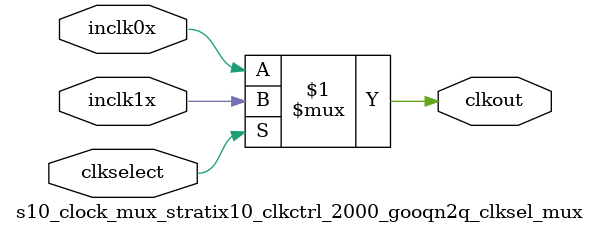
<source format=v>


`timescale 1 ps / 1 ps
// synopsys translate_on
module  s10_clock_mux_stratix10_clkctrl_2000_gooqn2q  (
    inclk0x,
    inclk1x,
    clkselect,
    outclk
);

input inclk0x;
input inclk1x;
input clkselect;
output outclk;

wire inclk_muxout;

s10_clock_mux_stratix10_clkctrl_2000_gooqn2q_clksel_mux clksel_inst (
    .inclk0x(inclk0x),
    .inclk1x(inclk1x),
    .clkselect(clkselect),
    .clkout(inclk_muxout)
); 
GLOBAL global_inst(.in(inclk_muxout), .out(outclk));

endmodule

module s10_clock_mux_stratix10_clkctrl_2000_gooqn2q_clksel_mux (
    input inclk0x,
    input inclk1x,
    input clkselect,
    output clkout
);

assign clkout = clkselect ? inclk1x : inclk0x;

endmodule



</source>
